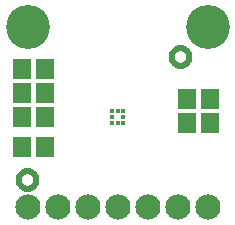
<source format=gbr>
G04 EAGLE Gerber RS-274X export*
G75*
%MOMM*%
%FSLAX34Y34*%
%LPD*%
%INSoldermask Top*%
%IPPOS*%
%AMOC8*
5,1,8,0,0,1.08239X$1,22.5*%
G01*
%ADD10C,0.453200*%
%ADD11R,1.503200X1.703200*%
%ADD12C,2.133600*%
%ADD13C,3.719200*%
%ADD14C,0.500000*%


D10*
X71200Y48340D03*
X76200Y48340D03*
X81200Y48340D03*
X71200Y53340D03*
X81200Y53340D03*
X71200Y58340D03*
X76200Y58340D03*
X81200Y58340D03*
D11*
X14580Y53340D03*
X-4420Y53340D03*
X14580Y73660D03*
X-4420Y73660D03*
X14580Y93980D03*
X-4420Y93980D03*
X14580Y27940D03*
X-4420Y27940D03*
D12*
X0Y-22860D03*
X25400Y-22860D03*
X50800Y-22860D03*
X76200Y-22860D03*
X101600Y-22860D03*
X127000Y-22860D03*
X152400Y-22860D03*
D11*
X135280Y48260D03*
X154280Y48260D03*
X135280Y68580D03*
X154280Y68580D03*
D13*
X152400Y129540D03*
X0Y129540D03*
D14*
X0Y7500D02*
X-181Y7498D01*
X-362Y7491D01*
X-543Y7480D01*
X-724Y7465D01*
X-904Y7445D01*
X-1084Y7421D01*
X-1263Y7393D01*
X-1441Y7360D01*
X-1618Y7323D01*
X-1795Y7282D01*
X-1970Y7237D01*
X-2145Y7187D01*
X-2318Y7133D01*
X-2489Y7075D01*
X-2660Y7013D01*
X-2828Y6946D01*
X-2995Y6876D01*
X-3161Y6802D01*
X-3324Y6723D01*
X-3485Y6641D01*
X-3645Y6555D01*
X-3802Y6465D01*
X-3957Y6371D01*
X-4110Y6274D01*
X-4260Y6172D01*
X-4408Y6068D01*
X-4554Y5959D01*
X-4696Y5848D01*
X-4836Y5732D01*
X-4973Y5614D01*
X-5108Y5492D01*
X-5239Y5367D01*
X-5367Y5239D01*
X-5492Y5108D01*
X-5614Y4973D01*
X-5732Y4836D01*
X-5848Y4696D01*
X-5959Y4554D01*
X-6068Y4408D01*
X-6172Y4260D01*
X-6274Y4110D01*
X-6371Y3957D01*
X-6465Y3802D01*
X-6555Y3645D01*
X-6641Y3485D01*
X-6723Y3324D01*
X-6802Y3161D01*
X-6876Y2995D01*
X-6946Y2828D01*
X-7013Y2660D01*
X-7075Y2489D01*
X-7133Y2318D01*
X-7187Y2145D01*
X-7237Y1970D01*
X-7282Y1795D01*
X-7323Y1618D01*
X-7360Y1441D01*
X-7393Y1263D01*
X-7421Y1084D01*
X-7445Y904D01*
X-7465Y724D01*
X-7480Y543D01*
X-7491Y362D01*
X-7498Y181D01*
X-7500Y0D01*
X0Y7500D02*
X181Y7498D01*
X362Y7491D01*
X543Y7480D01*
X724Y7465D01*
X904Y7445D01*
X1084Y7421D01*
X1263Y7393D01*
X1441Y7360D01*
X1618Y7323D01*
X1795Y7282D01*
X1970Y7237D01*
X2145Y7187D01*
X2318Y7133D01*
X2489Y7075D01*
X2660Y7013D01*
X2828Y6946D01*
X2995Y6876D01*
X3161Y6802D01*
X3324Y6723D01*
X3485Y6641D01*
X3645Y6555D01*
X3802Y6465D01*
X3957Y6371D01*
X4110Y6274D01*
X4260Y6172D01*
X4408Y6068D01*
X4554Y5959D01*
X4696Y5848D01*
X4836Y5732D01*
X4973Y5614D01*
X5108Y5492D01*
X5239Y5367D01*
X5367Y5239D01*
X5492Y5108D01*
X5614Y4973D01*
X5732Y4836D01*
X5848Y4696D01*
X5959Y4554D01*
X6068Y4408D01*
X6172Y4260D01*
X6274Y4110D01*
X6371Y3957D01*
X6465Y3802D01*
X6555Y3645D01*
X6641Y3485D01*
X6723Y3324D01*
X6802Y3161D01*
X6876Y2995D01*
X6946Y2828D01*
X7013Y2660D01*
X7075Y2489D01*
X7133Y2318D01*
X7187Y2145D01*
X7237Y1970D01*
X7282Y1795D01*
X7323Y1618D01*
X7360Y1441D01*
X7393Y1263D01*
X7421Y1084D01*
X7445Y904D01*
X7465Y724D01*
X7480Y543D01*
X7491Y362D01*
X7498Y181D01*
X7500Y0D01*
X7498Y-181D01*
X7491Y-362D01*
X7480Y-543D01*
X7465Y-724D01*
X7445Y-904D01*
X7421Y-1084D01*
X7393Y-1263D01*
X7360Y-1441D01*
X7323Y-1618D01*
X7282Y-1795D01*
X7237Y-1970D01*
X7187Y-2145D01*
X7133Y-2318D01*
X7075Y-2489D01*
X7013Y-2660D01*
X6946Y-2828D01*
X6876Y-2995D01*
X6802Y-3161D01*
X6723Y-3324D01*
X6641Y-3485D01*
X6555Y-3645D01*
X6465Y-3802D01*
X6371Y-3957D01*
X6274Y-4110D01*
X6172Y-4260D01*
X6068Y-4408D01*
X5959Y-4554D01*
X5848Y-4696D01*
X5732Y-4836D01*
X5614Y-4973D01*
X5492Y-5108D01*
X5367Y-5239D01*
X5239Y-5367D01*
X5108Y-5492D01*
X4973Y-5614D01*
X4836Y-5732D01*
X4696Y-5848D01*
X4554Y-5959D01*
X4408Y-6068D01*
X4260Y-6172D01*
X4110Y-6274D01*
X3957Y-6371D01*
X3802Y-6465D01*
X3645Y-6555D01*
X3485Y-6641D01*
X3324Y-6723D01*
X3161Y-6802D01*
X2995Y-6876D01*
X2828Y-6946D01*
X2660Y-7013D01*
X2489Y-7075D01*
X2318Y-7133D01*
X2145Y-7187D01*
X1970Y-7237D01*
X1795Y-7282D01*
X1618Y-7323D01*
X1441Y-7360D01*
X1263Y-7393D01*
X1084Y-7421D01*
X904Y-7445D01*
X724Y-7465D01*
X543Y-7480D01*
X362Y-7491D01*
X181Y-7498D01*
X0Y-7500D01*
X-181Y-7498D01*
X-362Y-7491D01*
X-543Y-7480D01*
X-724Y-7465D01*
X-904Y-7445D01*
X-1084Y-7421D01*
X-1263Y-7393D01*
X-1441Y-7360D01*
X-1618Y-7323D01*
X-1795Y-7282D01*
X-1970Y-7237D01*
X-2145Y-7187D01*
X-2318Y-7133D01*
X-2489Y-7075D01*
X-2660Y-7013D01*
X-2828Y-6946D01*
X-2995Y-6876D01*
X-3161Y-6802D01*
X-3324Y-6723D01*
X-3485Y-6641D01*
X-3645Y-6555D01*
X-3802Y-6465D01*
X-3957Y-6371D01*
X-4110Y-6274D01*
X-4260Y-6172D01*
X-4408Y-6068D01*
X-4554Y-5959D01*
X-4696Y-5848D01*
X-4836Y-5732D01*
X-4973Y-5614D01*
X-5108Y-5492D01*
X-5239Y-5367D01*
X-5367Y-5239D01*
X-5492Y-5108D01*
X-5614Y-4973D01*
X-5732Y-4836D01*
X-5848Y-4696D01*
X-5959Y-4554D01*
X-6068Y-4408D01*
X-6172Y-4260D01*
X-6274Y-4110D01*
X-6371Y-3957D01*
X-6465Y-3802D01*
X-6555Y-3645D01*
X-6641Y-3485D01*
X-6723Y-3324D01*
X-6802Y-3161D01*
X-6876Y-2995D01*
X-6946Y-2828D01*
X-7013Y-2660D01*
X-7075Y-2489D01*
X-7133Y-2318D01*
X-7187Y-2145D01*
X-7237Y-1970D01*
X-7282Y-1795D01*
X-7323Y-1618D01*
X-7360Y-1441D01*
X-7393Y-1263D01*
X-7421Y-1084D01*
X-7445Y-904D01*
X-7465Y-724D01*
X-7480Y-543D01*
X-7491Y-362D01*
X-7498Y-181D01*
X-7500Y0D01*
X122040Y104140D02*
X122042Y104321D01*
X122049Y104502D01*
X122060Y104683D01*
X122075Y104864D01*
X122095Y105044D01*
X122119Y105224D01*
X122147Y105403D01*
X122180Y105581D01*
X122217Y105758D01*
X122258Y105935D01*
X122303Y106110D01*
X122353Y106285D01*
X122407Y106458D01*
X122465Y106629D01*
X122527Y106800D01*
X122594Y106968D01*
X122664Y107135D01*
X122738Y107301D01*
X122817Y107464D01*
X122899Y107625D01*
X122985Y107785D01*
X123075Y107942D01*
X123169Y108097D01*
X123266Y108250D01*
X123368Y108400D01*
X123472Y108548D01*
X123581Y108694D01*
X123692Y108836D01*
X123808Y108976D01*
X123926Y109113D01*
X124048Y109248D01*
X124173Y109379D01*
X124301Y109507D01*
X124432Y109632D01*
X124567Y109754D01*
X124704Y109872D01*
X124844Y109988D01*
X124986Y110099D01*
X125132Y110208D01*
X125280Y110312D01*
X125430Y110414D01*
X125583Y110511D01*
X125738Y110605D01*
X125895Y110695D01*
X126055Y110781D01*
X126216Y110863D01*
X126379Y110942D01*
X126545Y111016D01*
X126712Y111086D01*
X126880Y111153D01*
X127051Y111215D01*
X127222Y111273D01*
X127395Y111327D01*
X127570Y111377D01*
X127745Y111422D01*
X127922Y111463D01*
X128099Y111500D01*
X128277Y111533D01*
X128456Y111561D01*
X128636Y111585D01*
X128816Y111605D01*
X128997Y111620D01*
X129178Y111631D01*
X129359Y111638D01*
X129540Y111640D01*
X129721Y111638D01*
X129902Y111631D01*
X130083Y111620D01*
X130264Y111605D01*
X130444Y111585D01*
X130624Y111561D01*
X130803Y111533D01*
X130981Y111500D01*
X131158Y111463D01*
X131335Y111422D01*
X131510Y111377D01*
X131685Y111327D01*
X131858Y111273D01*
X132029Y111215D01*
X132200Y111153D01*
X132368Y111086D01*
X132535Y111016D01*
X132701Y110942D01*
X132864Y110863D01*
X133025Y110781D01*
X133185Y110695D01*
X133342Y110605D01*
X133497Y110511D01*
X133650Y110414D01*
X133800Y110312D01*
X133948Y110208D01*
X134094Y110099D01*
X134236Y109988D01*
X134376Y109872D01*
X134513Y109754D01*
X134648Y109632D01*
X134779Y109507D01*
X134907Y109379D01*
X135032Y109248D01*
X135154Y109113D01*
X135272Y108976D01*
X135388Y108836D01*
X135499Y108694D01*
X135608Y108548D01*
X135712Y108400D01*
X135814Y108250D01*
X135911Y108097D01*
X136005Y107942D01*
X136095Y107785D01*
X136181Y107625D01*
X136263Y107464D01*
X136342Y107301D01*
X136416Y107135D01*
X136486Y106968D01*
X136553Y106800D01*
X136615Y106629D01*
X136673Y106458D01*
X136727Y106285D01*
X136777Y106110D01*
X136822Y105935D01*
X136863Y105758D01*
X136900Y105581D01*
X136933Y105403D01*
X136961Y105224D01*
X136985Y105044D01*
X137005Y104864D01*
X137020Y104683D01*
X137031Y104502D01*
X137038Y104321D01*
X137040Y104140D01*
X137038Y103959D01*
X137031Y103778D01*
X137020Y103597D01*
X137005Y103416D01*
X136985Y103236D01*
X136961Y103056D01*
X136933Y102877D01*
X136900Y102699D01*
X136863Y102522D01*
X136822Y102345D01*
X136777Y102170D01*
X136727Y101995D01*
X136673Y101822D01*
X136615Y101651D01*
X136553Y101480D01*
X136486Y101312D01*
X136416Y101145D01*
X136342Y100979D01*
X136263Y100816D01*
X136181Y100655D01*
X136095Y100495D01*
X136005Y100338D01*
X135911Y100183D01*
X135814Y100030D01*
X135712Y99880D01*
X135608Y99732D01*
X135499Y99586D01*
X135388Y99444D01*
X135272Y99304D01*
X135154Y99167D01*
X135032Y99032D01*
X134907Y98901D01*
X134779Y98773D01*
X134648Y98648D01*
X134513Y98526D01*
X134376Y98408D01*
X134236Y98292D01*
X134094Y98181D01*
X133948Y98072D01*
X133800Y97968D01*
X133650Y97866D01*
X133497Y97769D01*
X133342Y97675D01*
X133185Y97585D01*
X133025Y97499D01*
X132864Y97417D01*
X132701Y97338D01*
X132535Y97264D01*
X132368Y97194D01*
X132200Y97127D01*
X132029Y97065D01*
X131858Y97007D01*
X131685Y96953D01*
X131510Y96903D01*
X131335Y96858D01*
X131158Y96817D01*
X130981Y96780D01*
X130803Y96747D01*
X130624Y96719D01*
X130444Y96695D01*
X130264Y96675D01*
X130083Y96660D01*
X129902Y96649D01*
X129721Y96642D01*
X129540Y96640D01*
X129359Y96642D01*
X129178Y96649D01*
X128997Y96660D01*
X128816Y96675D01*
X128636Y96695D01*
X128456Y96719D01*
X128277Y96747D01*
X128099Y96780D01*
X127922Y96817D01*
X127745Y96858D01*
X127570Y96903D01*
X127395Y96953D01*
X127222Y97007D01*
X127051Y97065D01*
X126880Y97127D01*
X126712Y97194D01*
X126545Y97264D01*
X126379Y97338D01*
X126216Y97417D01*
X126055Y97499D01*
X125895Y97585D01*
X125738Y97675D01*
X125583Y97769D01*
X125430Y97866D01*
X125280Y97968D01*
X125132Y98072D01*
X124986Y98181D01*
X124844Y98292D01*
X124704Y98408D01*
X124567Y98526D01*
X124432Y98648D01*
X124301Y98773D01*
X124173Y98901D01*
X124048Y99032D01*
X123926Y99167D01*
X123808Y99304D01*
X123692Y99444D01*
X123581Y99586D01*
X123472Y99732D01*
X123368Y99880D01*
X123266Y100030D01*
X123169Y100183D01*
X123075Y100338D01*
X122985Y100495D01*
X122899Y100655D01*
X122817Y100816D01*
X122738Y100979D01*
X122664Y101145D01*
X122594Y101312D01*
X122527Y101480D01*
X122465Y101651D01*
X122407Y101822D01*
X122353Y101995D01*
X122303Y102170D01*
X122258Y102345D01*
X122217Y102522D01*
X122180Y102699D01*
X122147Y102877D01*
X122119Y103056D01*
X122095Y103236D01*
X122075Y103416D01*
X122060Y103597D01*
X122049Y103778D01*
X122042Y103959D01*
X122040Y104140D01*
M02*

</source>
